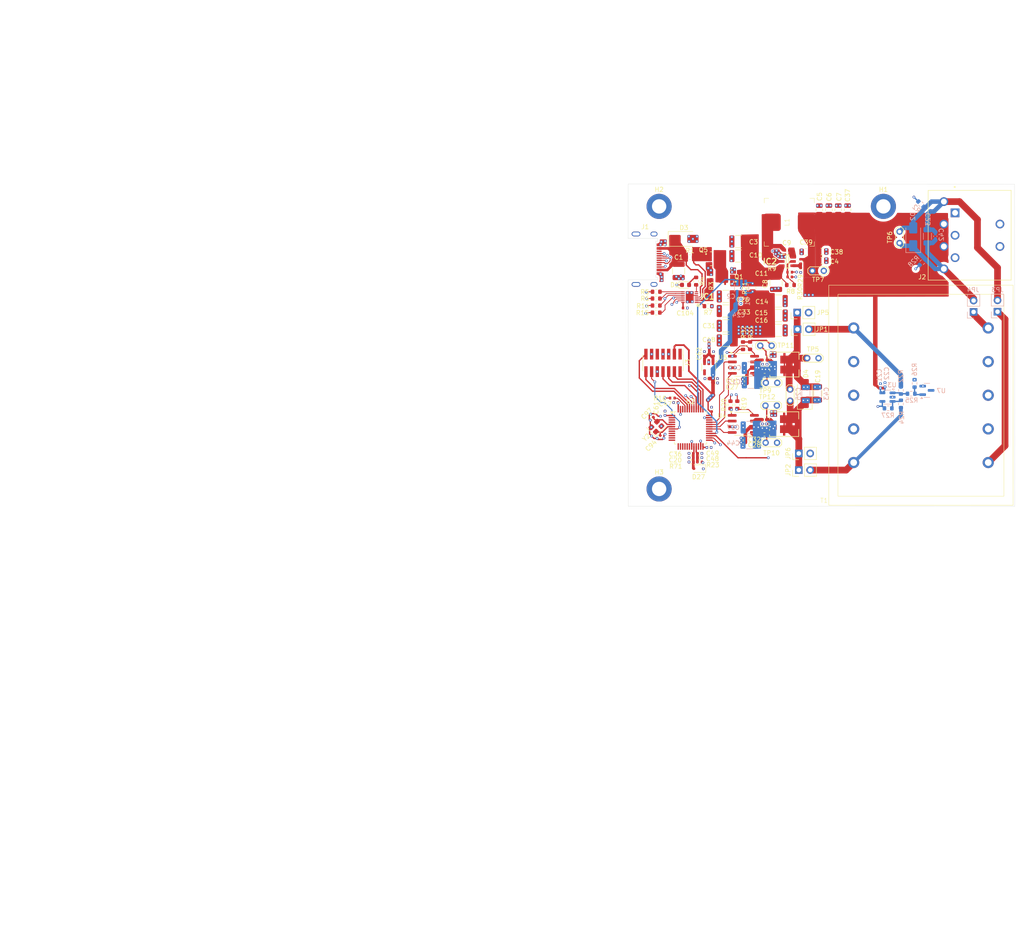
<source format=kicad_pcb>
(kicad_pcb
	(version 20241229)
	(generator "pcbnew")
	(generator_version "9.0")
	(general
		(thickness 1.6)
		(legacy_teardrops no)
	)
	(paper "A4")
	(layers
		(0 "F.Cu" signal)
		(4 "In1.Cu" signal)
		(6 "In2.Cu" signal)
		(2 "B.Cu" signal)
		(9 "F.Adhes" user "F.Adhesive")
		(11 "B.Adhes" user "B.Adhesive")
		(13 "F.Paste" user)
		(15 "B.Paste" user)
		(5 "F.SilkS" user "F.Silkscreen")
		(7 "B.SilkS" user "B.Silkscreen")
		(1 "F.Mask" user)
		(3 "B.Mask" user)
		(17 "Dwgs.User" user "User.Drawings")
		(19 "Cmts.User" user "User.Comments")
		(21 "Eco1.User" user "User.Eco1")
		(23 "Eco2.User" user "User.Eco2")
		(25 "Edge.Cuts" user)
		(27 "Margin" user)
		(31 "F.CrtYd" user "F.Courtyard")
		(29 "B.CrtYd" user "B.Courtyard")
		(35 "F.Fab" user)
		(33 "B.Fab" user)
		(39 "User.1" user)
		(41 "User.2" user)
		(43 "User.3" user)
		(45 "User.4" user)
	)
	(setup
		(stackup
			(layer "F.SilkS"
				(type "Top Silk Screen")
			)
			(layer "F.Paste"
				(type "Top Solder Paste")
			)
			(layer "F.Mask"
				(type "Top Solder Mask")
				(thickness 0.01)
			)
			(layer "F.Cu"
				(type "copper")
				(thickness 0.035)
			)
			(layer "dielectric 1"
				(type "prepreg")
				(thickness 0.1)
				(material "FR4")
				(epsilon_r 4.5)
				(loss_tangent 0.02)
			)
			(layer "In1.Cu"
				(type "copper")
				(thickness 0.035)
			)
			(layer "dielectric 2"
				(type "core")
				(thickness 1.24)
				(material "FR4")
				(epsilon_r 4.5)
				(loss_tangent 0.02)
			)
			(layer "In2.Cu"
				(type "copper")
				(thickness 0.035)
			)
			(layer "dielectric 3"
				(type "prepreg")
				(thickness 0.1)
				(material "FR4")
				(epsilon_r 4.5)
				(loss_tangent 0.02)
			)
			(layer "B.Cu"
				(type "copper")
				(thickness 0.035)
			)
			(layer "B.Mask"
				(type "Bottom Solder Mask")
				(thickness 0.01)
			)
			(layer "B.Paste"
				(type "Bottom Solder Paste")
			)
			(layer "B.SilkS"
				(type "Bottom Silk Screen")
			)
			(copper_finish "None")
			(dielectric_constraints no)
		)
		(pad_to_mask_clearance 0)
		(allow_soldermask_bridges_in_footprints no)
		(tenting front back)
		(pcbplotparams
			(layerselection 0x00000000_00000000_55555555_5755f5ff)
			(plot_on_all_layers_selection 0x00000000_00000000_00000000_00000000)
			(disableapertmacros no)
			(usegerberextensions no)
			(usegerberattributes yes)
			(usegerberadvancedattributes yes)
			(creategerberjobfile yes)
			(dashed_line_dash_ratio 12.000000)
			(dashed_line_gap_ratio 3.000000)
			(svgprecision 4)
			(plotframeref no)
			(mode 1)
			(useauxorigin no)
			(hpglpennumber 1)
			(hpglpenspeed 20)
			(hpglpendiameter 15.000000)
			(pdf_front_fp_property_popups yes)
			(pdf_back_fp_property_popups yes)
			(pdf_metadata yes)
			(pdf_single_document no)
			(dxfpolygonmode yes)
			(dxfimperialunits yes)
			(dxfusepcbnewfont yes)
			(psnegative no)
			(psa4output no)
			(plot_black_and_white yes)
			(sketchpadsonfab no)
			(plotpadnumbers no)
			(hidednponfab no)
			(sketchdnponfab yes)
			(crossoutdnponfab yes)
			(subtractmaskfromsilk no)
			(outputformat 1)
			(mirror no)
			(drillshape 1)
			(scaleselection 1)
			(outputdirectory "")
		)
	)
	(net 0 "")
	(net 1 "GND")
	(net 2 "V_USB")
	(net 3 "15V")
	(net 4 "5V")
	(net 5 "9VAC2")
	(net 6 "9VAC1")
	(net 7 "V_REF = 2.048 | 2.5 | 2.9")
	(net 8 "9VAC_OUT2")
	(net 9 "9VAC_OUT1")
	(net 10 "3.3V")
	(net 11 "VDDA")
	(net 12 "Net-(IC1-V5V)")
	(net 13 "Net-(D1-A)")
	(net 14 "Net-(IC1-VOUT)")
	(net 15 "Net-(IC1-VSEL)")
	(net 16 "unconnected-(IC1-FLIP-Pad6)")
	(net 17 "DN")
	(net 18 "Net-(IC1-PWR_EN)")
	(net 19 "Net-(IC1-LED)")
	(net 20 "Net-(IC1-VCC)")
	(net 21 "Net-(IC1-ISEL)")
	(net 22 "DP")
	(net 23 "CC1")
	(net 24 "CC2")
	(net 25 "unconnected-(J1-SBU1-PadA8)")
	(net 26 "unconnected-(J1-SBU2-PadB8)")
	(net 27 "NRST")
	(net 28 "JTDI")
	(net 29 "VCP_TX")
	(net 30 "unconnected-(J3-NC-Pad2)")
	(net 31 "JTMS")
	(net 32 "unconnected-(J3-NC-Pad1)")
	(net 33 "unconnected-(J3-JRCLK{slash}NC-Pad9)")
	(net 34 "VCP_RX")
	(net 35 "JTDO")
	(net 36 "Net-(Q1-Pad4)")
	(net 37 "Net-(Q1-Pad5_8)")
	(net 38 "G3")
	(net 39 "G4")
	(net 40 "G1")
	(net 41 "G2")
	(net 42 "Net-(U3-+)")
	(net 43 "Net-(U3--)")
	(net 44 "1.225V")
	(net 45 "OSC_OUT")
	(net 46 "PWM_G1")
	(net 47 "PWM_G2")
	(net 48 "PWM_G4")
	(net 49 "PWM_G3")
	(net 50 "unconnected-(U2-PA1-Pad9)")
	(net 51 "unconnected-(U2-PB9-Pad46)")
	(net 52 "unconnected-(U2-PC15-Pad4)")
	(net 53 "OSC_IN")
	(net 54 "unconnected-(U2-PA3-Pad11)")
	(net 55 "unconnected-(U2-PB15-Pad29)")
	(net 56 "unconnected-(U2-PB0-Pad16)")
	(net 57 "unconnected-(U2-PB2-Pad18)")
	(net 58 "9VAC_COMP_ADC")
	(net 59 "unconnected-(U2-PA2-Pad10)")
	(net 60 "unconnected-(U2-PA7-Pad15)")
	(net 61 "JTCLK")
	(net 62 "unconnected-(U2-PA0-Pad8)")
	(net 63 "unconnected-(U2-PA6-Pad14)")
	(net 64 "unconnected-(U2-PC13-Pad2)")
	(net 65 "unconnected-(U2-PA12-Pad34)")
	(net 66 "unconnected-(U2-PA5-Pad13)")
	(net 67 "unconnected-(U2-PB1-Pad17)")
	(net 68 "unconnected-(U2-PB10-Pad22)")
	(net 69 "unconnected-(U2-PC14-Pad3)")
	(net 70 "unconnected-(U2-PA4-Pad12)")
	(net 71 "PH1")
	(net 72 "CURRENT_COMP_ADC")
	(net 73 "unconnected-(U7-NC-Pad3)")
	(net 74 "unconnected-(U8-NC-Pad4)")
	(net 75 "Net-(JP3-A)")
	(net 76 "Net-(IC2-SW)")
	(net 77 "Net-(IC2-VBST)")
	(net 78 "Net-(IC2-EN)")
	(net 79 "Net-(IC2-VFB)")
	(net 80 "PH2")
	(net 81 "Net-(JP4-A)")
	(net 82 "Net-(U4-OUTA)")
	(net 83 "Net-(U4-~{OUTB})")
	(net 84 "Net-(U5-OUTA)")
	(net 85 "Net-(U5-~{OUTB})")
	(net 86 "BOOT0")
	(net 87 "ENABLE_DRVB1")
	(net 88 "ENABLE_DRVA1")
	(net 89 "ENABLE_DRVB2")
	(net 90 "ENABLE_DRVA2")
	(net 91 "15VS")
	(footprint "custom:9VAC_TRANSF" (layer "F.Cu") (at 198.37 84.11))
	(footprint "Resistor_SMD:R_0402_1005Metric" (layer "F.Cu") (at 163.5252 79.6036))
	(footprint "Capacitor_SMD:C_0402_1005Metric" (layer "F.Cu") (at 159.0268 81.4832))
	(footprint "Capacitor_SMD:C_0402_1005Metric" (layer "F.Cu") (at 158.75 94.6404))
	(footprint "Capacitor_SMD:C_0805_2012Metric" (layer "F.Cu") (at 176.3268 54.102))
	(footprint "Package_SO:SOIC-8_3.9x4.9mm_P1.27mm" (layer "F.Cu") (at 158.8008 77.3176))
	(footprint "Capacitor_SMD:C_0805_2012Metric" (layer "F.Cu") (at 182.0164 42.7736 90))
	(footprint "TestPoint:TestPoint_2Pads_Pitch2.54mm_Drill0.8mm" (layer "F.Cu") (at 163.7484 94.6912))
	(footprint "Capacitor_SMD:C_1210_3225Metric" (layer "F.Cu") (at 154.8892 62.0776 180))
	(footprint "TestPoint:TestPoint_2Pads_Pitch2.54mm_Drill0.8mm" (layer "F.Cu") (at 163.7992 81.3308))
	(footprint "Capacitor_SMD:C_0402_1005Metric" (layer "F.Cu") (at 163.0172 90.9828 90))
	(footprint "LED_SMD:LED_0603_1608Metric" (layer "F.Cu") (at 145.89 59.51))
	(footprint "Capacitor_SMD:C_0402_1005Metric" (layer "F.Cu") (at 150.694499 80.3977 180))
	(footprint "ap33771c:SON40P300X300X80-15N-D" (layer "F.Cu") (at 146.8175 62.23675 180))
	(footprint "Resistor_SMD:R_0402_1005Metric" (layer "F.Cu") (at 163.4744 89.5604))
	(footprint "Resistor_SMD:R_0603_1608Metric" (layer "F.Cu") (at 158.6992 73.0626 90))
	(footprint "MountingHole:MountingHole_3.2mm_M3_DIN965_Pad_TopBottom" (layer "F.Cu") (at 190 42))
	(footprint "Resistor_SMD:R_0603_1608Metric" (layer "F.Cu") (at 160.274 73.0504 90))
	(footprint "Resistor_SMD:R_0603_1608Metric" (layer "F.Cu") (at 139.3523 61.03875 180))
	(footprint "Capacitor_SMD:C_0805_2012Metric" (layer "F.Cu") (at 175.7172 42.788801 90))
	(footprint "Capacitor_SMD:C_0402_1005Metric" (layer "F.Cu") (at 159.004 80.518))
	(footprint "Resistor_SMD:R_0402_1005Metric" (layer "F.Cu") (at 151.5951 57.738749 -90))
	(footprint "Resistor_SMD:R_0603_1608Metric" (layer "F.Cu") (at 157.4292 86.2584 90))
	(footprint "Capacitor_SMD:C_1210_3225Metric" (layer "F.Cu") (at 166.624 63.0936 180))
	(footprint "Capacitor_SMD:C_0402_1005Metric" (layer "F.Cu") (at 149.0422 98.027))
	(footprint "Capacitor_SMD:C_0402_1005Metric" (layer "F.Cu") (at 163.9824 90.9828 -90))
	(footprint "Resistor_SMD:R_0402_1005Metric" (layer "F.Cu") (at 171.5595 54.284349 -90))
	(footprint "Capacitor_SMD:C_0402_1005Metric" (layer "F.Cu") (at 138.3742 89.3402 45))
	(footprint "Connector_PinHeader_2.54mm:PinHeader_1x02_P2.54mm_Vertical" (layer "F.Cu") (at 170.7846 65.6844 90))
	(footprint "Resistor_SMD:R_0603_1608Metric" (layer "F.Cu") (at 146.8707 53.31715))
	(footprint "Connector_PinHeader_2.54mm:PinHeader_1x02_P2.54mm_Vertical" (layer "F.Cu") (at 171.1402 100.7872 90))
	(footprint "Resistor_SMD:R_0402_1005Metric" (layer "F.Cu") (at 171.5595 56.21275 -90))
	(footprint "Resistor_SMD:R_0603_1608Metric" (layer "F.Cu") (at 139.3444 64.1096 180))
	(footprint "Diode_SMD:D_SMA" (layer "F.Cu") (at 145.531099 49.25315))
	(footprint "Capacitor_SMD:C_0402_1005Metric" (layer "F.Cu") (at 150.084899 74.8605 90))
	(footprint "DI025N06PT:TRANS_DI025N06PT-AQ" (layer "F.Cu") (at 154.71 57.7498 180))
	(footprint "Connector_PinHeader_2.54mm:PinHeader_1x02_P2.54mm_Vertical" (layer "F.Cu") (at 170.8354 69.3928 90))
	(footprint "Capacitor_SMD:C_0805_2012Metric" (layer "F.Cu") (at 172.7279 52.14875 180))
	(footprint "TestPoint:TestPoint_2Pads_Pitch2.54mm_Drill0.8mm" (layer "F.Cu") (at 172.994001 75.8444))
	(footprint "TestPoint:TestPoint_2Pads_Pitch2.54mm_Drill0.8mm" (layer "F.Cu") (at 165.079999 73.0504 180))
	(footprint "Capacitor_SMD:C_0402_1005Metric"
		(layer "F.Cu")
		(uuid "4f26ef9d-a913-44cd-ac79-94ac65ae5b28")
		(at 152.116899 74.8833 90)
		(descr "Capacitor SMD 0402 (1005 Metric), square (rectangular) end terminal, IPC-7351 nominal, (Body size source: IPC-SM-782 page 76, https://www.pcb-3d.com/wordpress/wp-content/uploads/ipc-sm-782a_amendment_1_and_2.pdf), generated with kicad-footprint-generator")
		(tags "capacitor")
		(property "Reference" "C35"
			(at -0.107836 1.283101 90)
			(layer "F.SilkS")
			(hide yes)
			(uuid "cc27dc29-f3ac-4195-b722-0e6bc9631001")
			(effects
				(font
					(size 1 1)
					(thickness 0.15)
				)
			)
		)
		(property "Value" "100nF"
			(at 0 1.16 90)
			(layer "F.Fab")
			(hide yes)
			(uuid "2ae53b1c-70df-44c6-9c39-e9d571accd6a")
			(effects
				(font
					(size 1 1)
					(thickness 0.15)
				)
			)
		)
		(property "Datasheet" "~"
			(at 0 0 90)
			(layer "F
... [867839 chars truncated]
</source>
